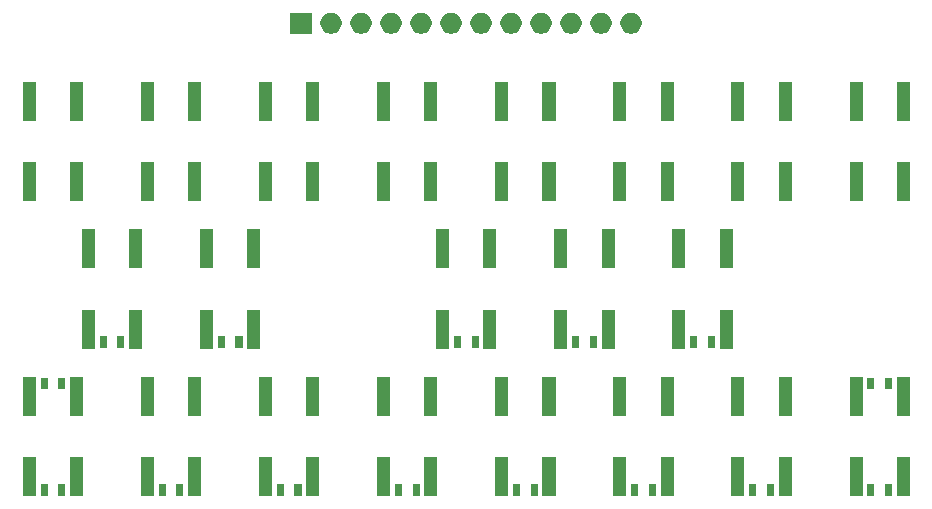
<source format=gbr>
G04 #@! TF.GenerationSoftware,KiCad,Pcbnew,(5.1.5-0-10_14)*
G04 #@! TF.CreationDate,2021-02-06T16:20:19+00:00*
G04 #@! TF.ProjectId,keyboard,6b657962-6f61-4726-942e-6b696361645f,rev?*
G04 #@! TF.SameCoordinates,Original*
G04 #@! TF.FileFunction,Soldermask,Top*
G04 #@! TF.FilePolarity,Negative*
%FSLAX46Y46*%
G04 Gerber Fmt 4.6, Leading zero omitted, Abs format (unit mm)*
G04 Created by KiCad (PCBNEW (5.1.5-0-10_14)) date 2021-02-06 16:20:19*
%MOMM*%
%LPD*%
G04 APERTURE LIST*
%ADD10C,0.100000*%
G04 APERTURE END LIST*
D10*
G36*
X189551000Y-122051000D02*
G01*
X188449000Y-122051000D01*
X188449000Y-118749000D01*
X189551000Y-118749000D01*
X189551000Y-122051000D01*
G37*
G36*
X185551000Y-122051000D02*
G01*
X184449000Y-122051000D01*
X184449000Y-118749000D01*
X185551000Y-118749000D01*
X185551000Y-122051000D01*
G37*
G36*
X179551000Y-122051000D02*
G01*
X178449000Y-122051000D01*
X178449000Y-118749000D01*
X179551000Y-118749000D01*
X179551000Y-122051000D01*
G37*
G36*
X175551000Y-122051000D02*
G01*
X174449000Y-122051000D01*
X174449000Y-118749000D01*
X175551000Y-118749000D01*
X175551000Y-122051000D01*
G37*
G36*
X169551000Y-122051000D02*
G01*
X168449000Y-122051000D01*
X168449000Y-118749000D01*
X169551000Y-118749000D01*
X169551000Y-122051000D01*
G37*
G36*
X165551000Y-122051000D02*
G01*
X164449000Y-122051000D01*
X164449000Y-118749000D01*
X165551000Y-118749000D01*
X165551000Y-122051000D01*
G37*
G36*
X159551000Y-122051000D02*
G01*
X158449000Y-122051000D01*
X158449000Y-118749000D01*
X159551000Y-118749000D01*
X159551000Y-122051000D01*
G37*
G36*
X155551000Y-122051000D02*
G01*
X154449000Y-122051000D01*
X154449000Y-118749000D01*
X155551000Y-118749000D01*
X155551000Y-122051000D01*
G37*
G36*
X149551000Y-122051000D02*
G01*
X148449000Y-122051000D01*
X148449000Y-118749000D01*
X149551000Y-118749000D01*
X149551000Y-122051000D01*
G37*
G36*
X145551000Y-122051000D02*
G01*
X144449000Y-122051000D01*
X144449000Y-118749000D01*
X145551000Y-118749000D01*
X145551000Y-122051000D01*
G37*
G36*
X139551000Y-122051000D02*
G01*
X138449000Y-122051000D01*
X138449000Y-118749000D01*
X139551000Y-118749000D01*
X139551000Y-122051000D01*
G37*
G36*
X135551000Y-122051000D02*
G01*
X134449000Y-122051000D01*
X134449000Y-118749000D01*
X135551000Y-118749000D01*
X135551000Y-122051000D01*
G37*
G36*
X129551000Y-122051000D02*
G01*
X128449000Y-122051000D01*
X128449000Y-118749000D01*
X129551000Y-118749000D01*
X129551000Y-122051000D01*
G37*
G36*
X125551000Y-122051000D02*
G01*
X124449000Y-122051000D01*
X124449000Y-118749000D01*
X125551000Y-118749000D01*
X125551000Y-122051000D01*
G37*
G36*
X119551000Y-122051000D02*
G01*
X118449000Y-122051000D01*
X118449000Y-118749000D01*
X119551000Y-118749000D01*
X119551000Y-122051000D01*
G37*
G36*
X115551000Y-122051000D02*
G01*
X114449000Y-122051000D01*
X114449000Y-118749000D01*
X115551000Y-118749000D01*
X115551000Y-122051000D01*
G37*
G36*
X188051000Y-122001000D02*
G01*
X187449000Y-122001000D01*
X187449000Y-120999000D01*
X188051000Y-120999000D01*
X188051000Y-122001000D01*
G37*
G36*
X186551000Y-122001000D02*
G01*
X185949000Y-122001000D01*
X185949000Y-120999000D01*
X186551000Y-120999000D01*
X186551000Y-122001000D01*
G37*
G36*
X178051000Y-122001000D02*
G01*
X177449000Y-122001000D01*
X177449000Y-120999000D01*
X178051000Y-120999000D01*
X178051000Y-122001000D01*
G37*
G36*
X176551000Y-122001000D02*
G01*
X175949000Y-122001000D01*
X175949000Y-120999000D01*
X176551000Y-120999000D01*
X176551000Y-122001000D01*
G37*
G36*
X168051000Y-122001000D02*
G01*
X167449000Y-122001000D01*
X167449000Y-120999000D01*
X168051000Y-120999000D01*
X168051000Y-122001000D01*
G37*
G36*
X166551000Y-122001000D02*
G01*
X165949000Y-122001000D01*
X165949000Y-120999000D01*
X166551000Y-120999000D01*
X166551000Y-122001000D01*
G37*
G36*
X158051000Y-122001000D02*
G01*
X157449000Y-122001000D01*
X157449000Y-120999000D01*
X158051000Y-120999000D01*
X158051000Y-122001000D01*
G37*
G36*
X156551000Y-122001000D02*
G01*
X155949000Y-122001000D01*
X155949000Y-120999000D01*
X156551000Y-120999000D01*
X156551000Y-122001000D01*
G37*
G36*
X148051000Y-122001000D02*
G01*
X147449000Y-122001000D01*
X147449000Y-120999000D01*
X148051000Y-120999000D01*
X148051000Y-122001000D01*
G37*
G36*
X146551000Y-122001000D02*
G01*
X145949000Y-122001000D01*
X145949000Y-120999000D01*
X146551000Y-120999000D01*
X146551000Y-122001000D01*
G37*
G36*
X138051000Y-122001000D02*
G01*
X137449000Y-122001000D01*
X137449000Y-120999000D01*
X138051000Y-120999000D01*
X138051000Y-122001000D01*
G37*
G36*
X136551000Y-122001000D02*
G01*
X135949000Y-122001000D01*
X135949000Y-120999000D01*
X136551000Y-120999000D01*
X136551000Y-122001000D01*
G37*
G36*
X128051000Y-122001000D02*
G01*
X127449000Y-122001000D01*
X127449000Y-120999000D01*
X128051000Y-120999000D01*
X128051000Y-122001000D01*
G37*
G36*
X126551000Y-122001000D02*
G01*
X125949000Y-122001000D01*
X125949000Y-120999000D01*
X126551000Y-120999000D01*
X126551000Y-122001000D01*
G37*
G36*
X118051000Y-122001000D02*
G01*
X117449000Y-122001000D01*
X117449000Y-120999000D01*
X118051000Y-120999000D01*
X118051000Y-122001000D01*
G37*
G36*
X116551000Y-122001000D02*
G01*
X115949000Y-122001000D01*
X115949000Y-120999000D01*
X116551000Y-120999000D01*
X116551000Y-122001000D01*
G37*
G36*
X115551000Y-115251000D02*
G01*
X114449000Y-115251000D01*
X114449000Y-111949000D01*
X115551000Y-111949000D01*
X115551000Y-115251000D01*
G37*
G36*
X189551000Y-115251000D02*
G01*
X188449000Y-115251000D01*
X188449000Y-111949000D01*
X189551000Y-111949000D01*
X189551000Y-115251000D01*
G37*
G36*
X119551000Y-115251000D02*
G01*
X118449000Y-115251000D01*
X118449000Y-111949000D01*
X119551000Y-111949000D01*
X119551000Y-115251000D01*
G37*
G36*
X125551000Y-115251000D02*
G01*
X124449000Y-115251000D01*
X124449000Y-111949000D01*
X125551000Y-111949000D01*
X125551000Y-115251000D01*
G37*
G36*
X129551000Y-115251000D02*
G01*
X128449000Y-115251000D01*
X128449000Y-111949000D01*
X129551000Y-111949000D01*
X129551000Y-115251000D01*
G37*
G36*
X135551000Y-115251000D02*
G01*
X134449000Y-115251000D01*
X134449000Y-111949000D01*
X135551000Y-111949000D01*
X135551000Y-115251000D01*
G37*
G36*
X139551000Y-115251000D02*
G01*
X138449000Y-115251000D01*
X138449000Y-111949000D01*
X139551000Y-111949000D01*
X139551000Y-115251000D01*
G37*
G36*
X149551000Y-115251000D02*
G01*
X148449000Y-115251000D01*
X148449000Y-111949000D01*
X149551000Y-111949000D01*
X149551000Y-115251000D01*
G37*
G36*
X145551000Y-115251000D02*
G01*
X144449000Y-115251000D01*
X144449000Y-111949000D01*
X145551000Y-111949000D01*
X145551000Y-115251000D01*
G37*
G36*
X159551000Y-115251000D02*
G01*
X158449000Y-115251000D01*
X158449000Y-111949000D01*
X159551000Y-111949000D01*
X159551000Y-115251000D01*
G37*
G36*
X155551000Y-115251000D02*
G01*
X154449000Y-115251000D01*
X154449000Y-111949000D01*
X155551000Y-111949000D01*
X155551000Y-115251000D01*
G37*
G36*
X169551000Y-115251000D02*
G01*
X168449000Y-115251000D01*
X168449000Y-111949000D01*
X169551000Y-111949000D01*
X169551000Y-115251000D01*
G37*
G36*
X165551000Y-115251000D02*
G01*
X164449000Y-115251000D01*
X164449000Y-111949000D01*
X165551000Y-111949000D01*
X165551000Y-115251000D01*
G37*
G36*
X175551000Y-115251000D02*
G01*
X174449000Y-115251000D01*
X174449000Y-111949000D01*
X175551000Y-111949000D01*
X175551000Y-115251000D01*
G37*
G36*
X179551000Y-115251000D02*
G01*
X178449000Y-115251000D01*
X178449000Y-111949000D01*
X179551000Y-111949000D01*
X179551000Y-115251000D01*
G37*
G36*
X185551000Y-115251000D02*
G01*
X184449000Y-115251000D01*
X184449000Y-111949000D01*
X185551000Y-111949000D01*
X185551000Y-115251000D01*
G37*
G36*
X118051000Y-113001000D02*
G01*
X117449000Y-113001000D01*
X117449000Y-111999000D01*
X118051000Y-111999000D01*
X118051000Y-113001000D01*
G37*
G36*
X116551000Y-113001000D02*
G01*
X115949000Y-113001000D01*
X115949000Y-111999000D01*
X116551000Y-111999000D01*
X116551000Y-113001000D01*
G37*
G36*
X186551000Y-113001000D02*
G01*
X185949000Y-113001000D01*
X185949000Y-111999000D01*
X186551000Y-111999000D01*
X186551000Y-113001000D01*
G37*
G36*
X188051000Y-113001000D02*
G01*
X187449000Y-113001000D01*
X187449000Y-111999000D01*
X188051000Y-111999000D01*
X188051000Y-113001000D01*
G37*
G36*
X174551000Y-109551000D02*
G01*
X173449000Y-109551000D01*
X173449000Y-106249000D01*
X174551000Y-106249000D01*
X174551000Y-109551000D01*
G37*
G36*
X170551000Y-109551000D02*
G01*
X169449000Y-109551000D01*
X169449000Y-106249000D01*
X170551000Y-106249000D01*
X170551000Y-109551000D01*
G37*
G36*
X130551000Y-109551000D02*
G01*
X129449000Y-109551000D01*
X129449000Y-106249000D01*
X130551000Y-106249000D01*
X130551000Y-109551000D01*
G37*
G36*
X164551000Y-109551000D02*
G01*
X163449000Y-109551000D01*
X163449000Y-106249000D01*
X164551000Y-106249000D01*
X164551000Y-109551000D01*
G37*
G36*
X134551000Y-109551000D02*
G01*
X133449000Y-109551000D01*
X133449000Y-106249000D01*
X134551000Y-106249000D01*
X134551000Y-109551000D01*
G37*
G36*
X160551000Y-109551000D02*
G01*
X159449000Y-109551000D01*
X159449000Y-106249000D01*
X160551000Y-106249000D01*
X160551000Y-109551000D01*
G37*
G36*
X120551000Y-109551000D02*
G01*
X119449000Y-109551000D01*
X119449000Y-106249000D01*
X120551000Y-106249000D01*
X120551000Y-109551000D01*
G37*
G36*
X154551000Y-109551000D02*
G01*
X153449000Y-109551000D01*
X153449000Y-106249000D01*
X154551000Y-106249000D01*
X154551000Y-109551000D01*
G37*
G36*
X150551000Y-109551000D02*
G01*
X149449000Y-109551000D01*
X149449000Y-106249000D01*
X150551000Y-106249000D01*
X150551000Y-109551000D01*
G37*
G36*
X124551000Y-109551000D02*
G01*
X123449000Y-109551000D01*
X123449000Y-106249000D01*
X124551000Y-106249000D01*
X124551000Y-109551000D01*
G37*
G36*
X123051000Y-109501000D02*
G01*
X122449000Y-109501000D01*
X122449000Y-108499000D01*
X123051000Y-108499000D01*
X123051000Y-109501000D01*
G37*
G36*
X173051000Y-109501000D02*
G01*
X172449000Y-109501000D01*
X172449000Y-108499000D01*
X173051000Y-108499000D01*
X173051000Y-109501000D01*
G37*
G36*
X171551000Y-109501000D02*
G01*
X170949000Y-109501000D01*
X170949000Y-108499000D01*
X171551000Y-108499000D01*
X171551000Y-109501000D01*
G37*
G36*
X163051000Y-109501000D02*
G01*
X162449000Y-109501000D01*
X162449000Y-108499000D01*
X163051000Y-108499000D01*
X163051000Y-109501000D01*
G37*
G36*
X161551000Y-109501000D02*
G01*
X160949000Y-109501000D01*
X160949000Y-108499000D01*
X161551000Y-108499000D01*
X161551000Y-109501000D01*
G37*
G36*
X153051000Y-109501000D02*
G01*
X152449000Y-109501000D01*
X152449000Y-108499000D01*
X153051000Y-108499000D01*
X153051000Y-109501000D01*
G37*
G36*
X121551000Y-109501000D02*
G01*
X120949000Y-109501000D01*
X120949000Y-108499000D01*
X121551000Y-108499000D01*
X121551000Y-109501000D01*
G37*
G36*
X151551000Y-109501000D02*
G01*
X150949000Y-109501000D01*
X150949000Y-108499000D01*
X151551000Y-108499000D01*
X151551000Y-109501000D01*
G37*
G36*
X131551000Y-109501000D02*
G01*
X130949000Y-109501000D01*
X130949000Y-108499000D01*
X131551000Y-108499000D01*
X131551000Y-109501000D01*
G37*
G36*
X133051000Y-109501000D02*
G01*
X132449000Y-109501000D01*
X132449000Y-108499000D01*
X133051000Y-108499000D01*
X133051000Y-109501000D01*
G37*
G36*
X164551000Y-102751000D02*
G01*
X163449000Y-102751000D01*
X163449000Y-99449000D01*
X164551000Y-99449000D01*
X164551000Y-102751000D01*
G37*
G36*
X160551000Y-102751000D02*
G01*
X159449000Y-102751000D01*
X159449000Y-99449000D01*
X160551000Y-99449000D01*
X160551000Y-102751000D01*
G37*
G36*
X170551000Y-102751000D02*
G01*
X169449000Y-102751000D01*
X169449000Y-99449000D01*
X170551000Y-99449000D01*
X170551000Y-102751000D01*
G37*
G36*
X174551000Y-102751000D02*
G01*
X173449000Y-102751000D01*
X173449000Y-99449000D01*
X174551000Y-99449000D01*
X174551000Y-102751000D01*
G37*
G36*
X154551000Y-102751000D02*
G01*
X153449000Y-102751000D01*
X153449000Y-99449000D01*
X154551000Y-99449000D01*
X154551000Y-102751000D01*
G37*
G36*
X150551000Y-102751000D02*
G01*
X149449000Y-102751000D01*
X149449000Y-99449000D01*
X150551000Y-99449000D01*
X150551000Y-102751000D01*
G37*
G36*
X134551000Y-102751000D02*
G01*
X133449000Y-102751000D01*
X133449000Y-99449000D01*
X134551000Y-99449000D01*
X134551000Y-102751000D01*
G37*
G36*
X130551000Y-102751000D02*
G01*
X129449000Y-102751000D01*
X129449000Y-99449000D01*
X130551000Y-99449000D01*
X130551000Y-102751000D01*
G37*
G36*
X120551000Y-102751000D02*
G01*
X119449000Y-102751000D01*
X119449000Y-99449000D01*
X120551000Y-99449000D01*
X120551000Y-102751000D01*
G37*
G36*
X124551000Y-102751000D02*
G01*
X123449000Y-102751000D01*
X123449000Y-99449000D01*
X124551000Y-99449000D01*
X124551000Y-102751000D01*
G37*
G36*
X189551000Y-97051000D02*
G01*
X188449000Y-97051000D01*
X188449000Y-93749000D01*
X189551000Y-93749000D01*
X189551000Y-97051000D01*
G37*
G36*
X185551000Y-97051000D02*
G01*
X184449000Y-97051000D01*
X184449000Y-93749000D01*
X185551000Y-93749000D01*
X185551000Y-97051000D01*
G37*
G36*
X179551000Y-97051000D02*
G01*
X178449000Y-97051000D01*
X178449000Y-93749000D01*
X179551000Y-93749000D01*
X179551000Y-97051000D01*
G37*
G36*
X175551000Y-97051000D02*
G01*
X174449000Y-97051000D01*
X174449000Y-93749000D01*
X175551000Y-93749000D01*
X175551000Y-97051000D01*
G37*
G36*
X169551000Y-97051000D02*
G01*
X168449000Y-97051000D01*
X168449000Y-93749000D01*
X169551000Y-93749000D01*
X169551000Y-97051000D01*
G37*
G36*
X165551000Y-97051000D02*
G01*
X164449000Y-97051000D01*
X164449000Y-93749000D01*
X165551000Y-93749000D01*
X165551000Y-97051000D01*
G37*
G36*
X159551000Y-97051000D02*
G01*
X158449000Y-97051000D01*
X158449000Y-93749000D01*
X159551000Y-93749000D01*
X159551000Y-97051000D01*
G37*
G36*
X155551000Y-97051000D02*
G01*
X154449000Y-97051000D01*
X154449000Y-93749000D01*
X155551000Y-93749000D01*
X155551000Y-97051000D01*
G37*
G36*
X149551000Y-97051000D02*
G01*
X148449000Y-97051000D01*
X148449000Y-93749000D01*
X149551000Y-93749000D01*
X149551000Y-97051000D01*
G37*
G36*
X145551000Y-97051000D02*
G01*
X144449000Y-97051000D01*
X144449000Y-93749000D01*
X145551000Y-93749000D01*
X145551000Y-97051000D01*
G37*
G36*
X115551000Y-97051000D02*
G01*
X114449000Y-97051000D01*
X114449000Y-93749000D01*
X115551000Y-93749000D01*
X115551000Y-97051000D01*
G37*
G36*
X139551000Y-97051000D02*
G01*
X138449000Y-97051000D01*
X138449000Y-93749000D01*
X139551000Y-93749000D01*
X139551000Y-97051000D01*
G37*
G36*
X135551000Y-97051000D02*
G01*
X134449000Y-97051000D01*
X134449000Y-93749000D01*
X135551000Y-93749000D01*
X135551000Y-97051000D01*
G37*
G36*
X129551000Y-97051000D02*
G01*
X128449000Y-97051000D01*
X128449000Y-93749000D01*
X129551000Y-93749000D01*
X129551000Y-97051000D01*
G37*
G36*
X125551000Y-97051000D02*
G01*
X124449000Y-97051000D01*
X124449000Y-93749000D01*
X125551000Y-93749000D01*
X125551000Y-97051000D01*
G37*
G36*
X119551000Y-97051000D02*
G01*
X118449000Y-97051000D01*
X118449000Y-93749000D01*
X119551000Y-93749000D01*
X119551000Y-97051000D01*
G37*
G36*
X129551000Y-90251000D02*
G01*
X128449000Y-90251000D01*
X128449000Y-86949000D01*
X129551000Y-86949000D01*
X129551000Y-90251000D01*
G37*
G36*
X125551000Y-90251000D02*
G01*
X124449000Y-90251000D01*
X124449000Y-86949000D01*
X125551000Y-86949000D01*
X125551000Y-90251000D01*
G37*
G36*
X115551000Y-90251000D02*
G01*
X114449000Y-90251000D01*
X114449000Y-86949000D01*
X115551000Y-86949000D01*
X115551000Y-90251000D01*
G37*
G36*
X139551000Y-90251000D02*
G01*
X138449000Y-90251000D01*
X138449000Y-86949000D01*
X139551000Y-86949000D01*
X139551000Y-90251000D01*
G37*
G36*
X119551000Y-90251000D02*
G01*
X118449000Y-90251000D01*
X118449000Y-86949000D01*
X119551000Y-86949000D01*
X119551000Y-90251000D01*
G37*
G36*
X135551000Y-90251000D02*
G01*
X134449000Y-90251000D01*
X134449000Y-86949000D01*
X135551000Y-86949000D01*
X135551000Y-90251000D01*
G37*
G36*
X145551000Y-90251000D02*
G01*
X144449000Y-90251000D01*
X144449000Y-86949000D01*
X145551000Y-86949000D01*
X145551000Y-90251000D01*
G37*
G36*
X189551000Y-90251000D02*
G01*
X188449000Y-90251000D01*
X188449000Y-86949000D01*
X189551000Y-86949000D01*
X189551000Y-90251000D01*
G37*
G36*
X149551000Y-90251000D02*
G01*
X148449000Y-90251000D01*
X148449000Y-86949000D01*
X149551000Y-86949000D01*
X149551000Y-90251000D01*
G37*
G36*
X185551000Y-90251000D02*
G01*
X184449000Y-90251000D01*
X184449000Y-86949000D01*
X185551000Y-86949000D01*
X185551000Y-90251000D01*
G37*
G36*
X179551000Y-90251000D02*
G01*
X178449000Y-90251000D01*
X178449000Y-86949000D01*
X179551000Y-86949000D01*
X179551000Y-90251000D01*
G37*
G36*
X159551000Y-90251000D02*
G01*
X158449000Y-90251000D01*
X158449000Y-86949000D01*
X159551000Y-86949000D01*
X159551000Y-90251000D01*
G37*
G36*
X175551000Y-90251000D02*
G01*
X174449000Y-90251000D01*
X174449000Y-86949000D01*
X175551000Y-86949000D01*
X175551000Y-90251000D01*
G37*
G36*
X155551000Y-90251000D02*
G01*
X154449000Y-90251000D01*
X154449000Y-86949000D01*
X155551000Y-86949000D01*
X155551000Y-90251000D01*
G37*
G36*
X165551000Y-90251000D02*
G01*
X164449000Y-90251000D01*
X164449000Y-86949000D01*
X165551000Y-86949000D01*
X165551000Y-90251000D01*
G37*
G36*
X169551000Y-90251000D02*
G01*
X168449000Y-90251000D01*
X168449000Y-86949000D01*
X169551000Y-86949000D01*
X169551000Y-90251000D01*
G37*
G36*
X150813512Y-81103927D02*
G01*
X150962812Y-81133624D01*
X151126784Y-81201544D01*
X151274354Y-81300147D01*
X151399853Y-81425646D01*
X151498456Y-81573216D01*
X151566376Y-81737188D01*
X151601000Y-81911259D01*
X151601000Y-82088741D01*
X151566376Y-82262812D01*
X151498456Y-82426784D01*
X151399853Y-82574354D01*
X151274354Y-82699853D01*
X151126784Y-82798456D01*
X150962812Y-82866376D01*
X150813512Y-82896073D01*
X150788742Y-82901000D01*
X150611258Y-82901000D01*
X150586488Y-82896073D01*
X150437188Y-82866376D01*
X150273216Y-82798456D01*
X150125646Y-82699853D01*
X150000147Y-82574354D01*
X149901544Y-82426784D01*
X149833624Y-82262812D01*
X149799000Y-82088741D01*
X149799000Y-81911259D01*
X149833624Y-81737188D01*
X149901544Y-81573216D01*
X150000147Y-81425646D01*
X150125646Y-81300147D01*
X150273216Y-81201544D01*
X150437188Y-81133624D01*
X150586488Y-81103927D01*
X150611258Y-81099000D01*
X150788742Y-81099000D01*
X150813512Y-81103927D01*
G37*
G36*
X153353512Y-81103927D02*
G01*
X153502812Y-81133624D01*
X153666784Y-81201544D01*
X153814354Y-81300147D01*
X153939853Y-81425646D01*
X154038456Y-81573216D01*
X154106376Y-81737188D01*
X154141000Y-81911259D01*
X154141000Y-82088741D01*
X154106376Y-82262812D01*
X154038456Y-82426784D01*
X153939853Y-82574354D01*
X153814354Y-82699853D01*
X153666784Y-82798456D01*
X153502812Y-82866376D01*
X153353512Y-82896073D01*
X153328742Y-82901000D01*
X153151258Y-82901000D01*
X153126488Y-82896073D01*
X152977188Y-82866376D01*
X152813216Y-82798456D01*
X152665646Y-82699853D01*
X152540147Y-82574354D01*
X152441544Y-82426784D01*
X152373624Y-82262812D01*
X152339000Y-82088741D01*
X152339000Y-81911259D01*
X152373624Y-81737188D01*
X152441544Y-81573216D01*
X152540147Y-81425646D01*
X152665646Y-81300147D01*
X152813216Y-81201544D01*
X152977188Y-81133624D01*
X153126488Y-81103927D01*
X153151258Y-81099000D01*
X153328742Y-81099000D01*
X153353512Y-81103927D01*
G37*
G36*
X155893512Y-81103927D02*
G01*
X156042812Y-81133624D01*
X156206784Y-81201544D01*
X156354354Y-81300147D01*
X156479853Y-81425646D01*
X156578456Y-81573216D01*
X156646376Y-81737188D01*
X156681000Y-81911259D01*
X156681000Y-82088741D01*
X156646376Y-82262812D01*
X156578456Y-82426784D01*
X156479853Y-82574354D01*
X156354354Y-82699853D01*
X156206784Y-82798456D01*
X156042812Y-82866376D01*
X155893512Y-82896073D01*
X155868742Y-82901000D01*
X155691258Y-82901000D01*
X155666488Y-82896073D01*
X155517188Y-82866376D01*
X155353216Y-82798456D01*
X155205646Y-82699853D01*
X155080147Y-82574354D01*
X154981544Y-82426784D01*
X154913624Y-82262812D01*
X154879000Y-82088741D01*
X154879000Y-81911259D01*
X154913624Y-81737188D01*
X154981544Y-81573216D01*
X155080147Y-81425646D01*
X155205646Y-81300147D01*
X155353216Y-81201544D01*
X155517188Y-81133624D01*
X155666488Y-81103927D01*
X155691258Y-81099000D01*
X155868742Y-81099000D01*
X155893512Y-81103927D01*
G37*
G36*
X158433512Y-81103927D02*
G01*
X158582812Y-81133624D01*
X158746784Y-81201544D01*
X158894354Y-81300147D01*
X159019853Y-81425646D01*
X159118456Y-81573216D01*
X159186376Y-81737188D01*
X159221000Y-81911259D01*
X159221000Y-82088741D01*
X159186376Y-82262812D01*
X159118456Y-82426784D01*
X159019853Y-82574354D01*
X158894354Y-82699853D01*
X158746784Y-82798456D01*
X158582812Y-82866376D01*
X158433512Y-82896073D01*
X158408742Y-82901000D01*
X158231258Y-82901000D01*
X158206488Y-82896073D01*
X158057188Y-82866376D01*
X157893216Y-82798456D01*
X157745646Y-82699853D01*
X157620147Y-82574354D01*
X157521544Y-82426784D01*
X157453624Y-82262812D01*
X157419000Y-82088741D01*
X157419000Y-81911259D01*
X157453624Y-81737188D01*
X157521544Y-81573216D01*
X157620147Y-81425646D01*
X157745646Y-81300147D01*
X157893216Y-81201544D01*
X158057188Y-81133624D01*
X158206488Y-81103927D01*
X158231258Y-81099000D01*
X158408742Y-81099000D01*
X158433512Y-81103927D01*
G37*
G36*
X160973512Y-81103927D02*
G01*
X161122812Y-81133624D01*
X161286784Y-81201544D01*
X161434354Y-81300147D01*
X161559853Y-81425646D01*
X161658456Y-81573216D01*
X161726376Y-81737188D01*
X161761000Y-81911259D01*
X161761000Y-82088741D01*
X161726376Y-82262812D01*
X161658456Y-82426784D01*
X161559853Y-82574354D01*
X161434354Y-82699853D01*
X161286784Y-82798456D01*
X161122812Y-82866376D01*
X160973512Y-82896073D01*
X160948742Y-82901000D01*
X160771258Y-82901000D01*
X160746488Y-82896073D01*
X160597188Y-82866376D01*
X160433216Y-82798456D01*
X160285646Y-82699853D01*
X160160147Y-82574354D01*
X160061544Y-82426784D01*
X159993624Y-82262812D01*
X159959000Y-82088741D01*
X159959000Y-81911259D01*
X159993624Y-81737188D01*
X160061544Y-81573216D01*
X160160147Y-81425646D01*
X160285646Y-81300147D01*
X160433216Y-81201544D01*
X160597188Y-81133624D01*
X160746488Y-81103927D01*
X160771258Y-81099000D01*
X160948742Y-81099000D01*
X160973512Y-81103927D01*
G37*
G36*
X163513512Y-81103927D02*
G01*
X163662812Y-81133624D01*
X163826784Y-81201544D01*
X163974354Y-81300147D01*
X164099853Y-81425646D01*
X164198456Y-81573216D01*
X164266376Y-81737188D01*
X164301000Y-81911259D01*
X164301000Y-82088741D01*
X164266376Y-82262812D01*
X164198456Y-82426784D01*
X164099853Y-82574354D01*
X163974354Y-82699853D01*
X163826784Y-82798456D01*
X163662812Y-82866376D01*
X163513512Y-82896073D01*
X163488742Y-82901000D01*
X163311258Y-82901000D01*
X163286488Y-82896073D01*
X163137188Y-82866376D01*
X162973216Y-82798456D01*
X162825646Y-82699853D01*
X162700147Y-82574354D01*
X162601544Y-82426784D01*
X162533624Y-82262812D01*
X162499000Y-82088741D01*
X162499000Y-81911259D01*
X162533624Y-81737188D01*
X162601544Y-81573216D01*
X162700147Y-81425646D01*
X162825646Y-81300147D01*
X162973216Y-81201544D01*
X163137188Y-81133624D01*
X163286488Y-81103927D01*
X163311258Y-81099000D01*
X163488742Y-81099000D01*
X163513512Y-81103927D01*
G37*
G36*
X166053512Y-81103927D02*
G01*
X166202812Y-81133624D01*
X166366784Y-81201544D01*
X166514354Y-81300147D01*
X166639853Y-81425646D01*
X166738456Y-81573216D01*
X166806376Y-81737188D01*
X166841000Y-81911259D01*
X166841000Y-82088741D01*
X166806376Y-82262812D01*
X166738456Y-82426784D01*
X166639853Y-82574354D01*
X166514354Y-82699853D01*
X166366784Y-82798456D01*
X166202812Y-82866376D01*
X166053512Y-82896073D01*
X166028742Y-82901000D01*
X165851258Y-82901000D01*
X165826488Y-82896073D01*
X165677188Y-82866376D01*
X165513216Y-82798456D01*
X165365646Y-82699853D01*
X165240147Y-82574354D01*
X165141544Y-82426784D01*
X165073624Y-82262812D01*
X165039000Y-82088741D01*
X165039000Y-81911259D01*
X165073624Y-81737188D01*
X165141544Y-81573216D01*
X165240147Y-81425646D01*
X165365646Y-81300147D01*
X165513216Y-81201544D01*
X165677188Y-81133624D01*
X165826488Y-81103927D01*
X165851258Y-81099000D01*
X166028742Y-81099000D01*
X166053512Y-81103927D01*
G37*
G36*
X148273512Y-81103927D02*
G01*
X148422812Y-81133624D01*
X148586784Y-81201544D01*
X148734354Y-81300147D01*
X148859853Y-81425646D01*
X148958456Y-81573216D01*
X149026376Y-81737188D01*
X149061000Y-81911259D01*
X149061000Y-82088741D01*
X149026376Y-82262812D01*
X148958456Y-82426784D01*
X148859853Y-82574354D01*
X148734354Y-82699853D01*
X148586784Y-82798456D01*
X148422812Y-82866376D01*
X148273512Y-82896073D01*
X148248742Y-82901000D01*
X148071258Y-82901000D01*
X148046488Y-82896073D01*
X147897188Y-82866376D01*
X147733216Y-82798456D01*
X147585646Y-82699853D01*
X147460147Y-82574354D01*
X147361544Y-82426784D01*
X147293624Y-82262812D01*
X147259000Y-82088741D01*
X147259000Y-81911259D01*
X147293624Y-81737188D01*
X147361544Y-81573216D01*
X147460147Y-81425646D01*
X147585646Y-81300147D01*
X147733216Y-81201544D01*
X147897188Y-81133624D01*
X148046488Y-81103927D01*
X148071258Y-81099000D01*
X148248742Y-81099000D01*
X148273512Y-81103927D01*
G37*
G36*
X145733512Y-81103927D02*
G01*
X145882812Y-81133624D01*
X146046784Y-81201544D01*
X146194354Y-81300147D01*
X146319853Y-81425646D01*
X146418456Y-81573216D01*
X146486376Y-81737188D01*
X146521000Y-81911259D01*
X146521000Y-82088741D01*
X146486376Y-82262812D01*
X146418456Y-82426784D01*
X146319853Y-82574354D01*
X146194354Y-82699853D01*
X146046784Y-82798456D01*
X145882812Y-82866376D01*
X145733512Y-82896073D01*
X145708742Y-82901000D01*
X145531258Y-82901000D01*
X145506488Y-82896073D01*
X145357188Y-82866376D01*
X145193216Y-82798456D01*
X145045646Y-82699853D01*
X144920147Y-82574354D01*
X144821544Y-82426784D01*
X144753624Y-82262812D01*
X144719000Y-82088741D01*
X144719000Y-81911259D01*
X144753624Y-81737188D01*
X144821544Y-81573216D01*
X144920147Y-81425646D01*
X145045646Y-81300147D01*
X145193216Y-81201544D01*
X145357188Y-81133624D01*
X145506488Y-81103927D01*
X145531258Y-81099000D01*
X145708742Y-81099000D01*
X145733512Y-81103927D01*
G37*
G36*
X143193512Y-81103927D02*
G01*
X143342812Y-81133624D01*
X143506784Y-81201544D01*
X143654354Y-81300147D01*
X143779853Y-81425646D01*
X143878456Y-81573216D01*
X143946376Y-81737188D01*
X143981000Y-81911259D01*
X143981000Y-82088741D01*
X143946376Y-82262812D01*
X143878456Y-82426784D01*
X143779853Y-82574354D01*
X143654354Y-82699853D01*
X143506784Y-82798456D01*
X143342812Y-82866376D01*
X143193512Y-82896073D01*
X143168742Y-82901000D01*
X142991258Y-82901000D01*
X142966488Y-82896073D01*
X142817188Y-82866376D01*
X142653216Y-82798456D01*
X142505646Y-82699853D01*
X142380147Y-82574354D01*
X142281544Y-82426784D01*
X142213624Y-82262812D01*
X142179000Y-82088741D01*
X142179000Y-81911259D01*
X142213624Y-81737188D01*
X142281544Y-81573216D01*
X142380147Y-81425646D01*
X142505646Y-81300147D01*
X142653216Y-81201544D01*
X142817188Y-81133624D01*
X142966488Y-81103927D01*
X142991258Y-81099000D01*
X143168742Y-81099000D01*
X143193512Y-81103927D01*
G37*
G36*
X140653512Y-81103927D02*
G01*
X140802812Y-81133624D01*
X140966784Y-81201544D01*
X141114354Y-81300147D01*
X141239853Y-81425646D01*
X141338456Y-81573216D01*
X141406376Y-81737188D01*
X141441000Y-81911259D01*
X141441000Y-82088741D01*
X141406376Y-82262812D01*
X141338456Y-82426784D01*
X141239853Y-82574354D01*
X141114354Y-82699853D01*
X140966784Y-82798456D01*
X140802812Y-82866376D01*
X140653512Y-82896073D01*
X140628742Y-82901000D01*
X140451258Y-82901000D01*
X140426488Y-82896073D01*
X140277188Y-82866376D01*
X140113216Y-82798456D01*
X139965646Y-82699853D01*
X139840147Y-82574354D01*
X139741544Y-82426784D01*
X139673624Y-82262812D01*
X139639000Y-82088741D01*
X139639000Y-81911259D01*
X139673624Y-81737188D01*
X139741544Y-81573216D01*
X139840147Y-81425646D01*
X139965646Y-81300147D01*
X140113216Y-81201544D01*
X140277188Y-81133624D01*
X140426488Y-81103927D01*
X140451258Y-81099000D01*
X140628742Y-81099000D01*
X140653512Y-81103927D01*
G37*
G36*
X138901000Y-82901000D02*
G01*
X137099000Y-82901000D01*
X137099000Y-81099000D01*
X138901000Y-81099000D01*
X138901000Y-82901000D01*
G37*
M02*

</source>
